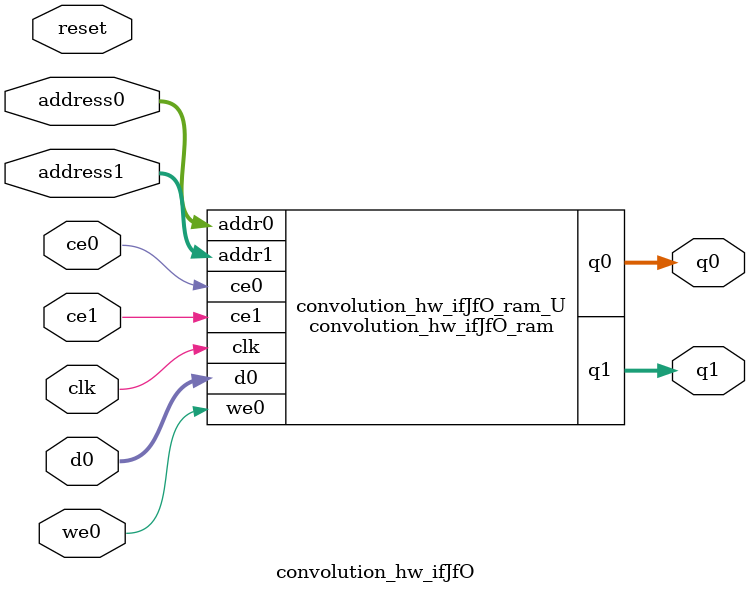
<source format=v>
`timescale 1 ns / 1 ps
module convolution_hw_ifJfO_ram (addr0, ce0, d0, we0, q0, addr1, ce1, q1,  clk);

parameter DWIDTH = 32;
parameter AWIDTH = 6;
parameter MEM_SIZE = 58;

input[AWIDTH-1:0] addr0;
input ce0;
input[DWIDTH-1:0] d0;
input we0;
output reg[DWIDTH-1:0] q0;
input[AWIDTH-1:0] addr1;
input ce1;
output reg[DWIDTH-1:0] q1;
input clk;

(* ram_style = "block" *)reg [DWIDTH-1:0] ram[0:MEM_SIZE-1];




always @(posedge clk)  
begin 
    if (ce0) begin
        if (we0) 
            ram[addr0] <= d0; 
        q0 <= ram[addr0];
    end
end


always @(posedge clk)  
begin 
    if (ce1) begin
        q1 <= ram[addr1];
    end
end


endmodule

`timescale 1 ns / 1 ps
module convolution_hw_ifJfO(
    reset,
    clk,
    address0,
    ce0,
    we0,
    d0,
    q0,
    address1,
    ce1,
    q1);

parameter DataWidth = 32'd32;
parameter AddressRange = 32'd58;
parameter AddressWidth = 32'd6;
input reset;
input clk;
input[AddressWidth - 1:0] address0;
input ce0;
input we0;
input[DataWidth - 1:0] d0;
output[DataWidth - 1:0] q0;
input[AddressWidth - 1:0] address1;
input ce1;
output[DataWidth - 1:0] q1;



convolution_hw_ifJfO_ram convolution_hw_ifJfO_ram_U(
    .clk( clk ),
    .addr0( address0 ),
    .ce0( ce0 ),
    .we0( we0 ),
    .d0( d0 ),
    .q0( q0 ),
    .addr1( address1 ),
    .ce1( ce1 ),
    .q1( q1 ));

endmodule


</source>
